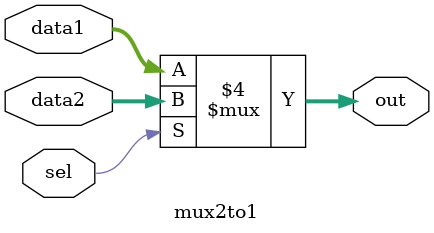
<source format=v>
`timescale 1ns/1ns
module mux4to1 (input [31:0] data1 , data2 , data3 , data4,input [1:0] sel,output reg [31:0] out);
always @(*) begin
  case (sel)
    2'b00: out <= data1;
    2'b01: out <= data2;
    2'b10: out <= data3;
    2'b11: out <= data4;
  endcase
end
endmodule

module mux2to1 (input [31:0] data1 , data2 , input sel,output reg [31:0] out);

always @(*) begin
    if (sel == 1'b0)  out <= data1;
    else
    out <= data2;
end
endmodule

</source>
